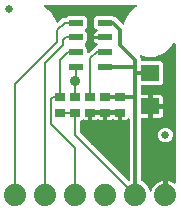
<source format=gbr>
G04 EAGLE Gerber RS-274X export*
G75*
%MOMM*%
%FSLAX34Y34*%
%LPD*%
%INTop Copper*%
%IPPOS*%
%AMOC8*
5,1,8,0,0,1.08239X$1,22.5*%
G01*
%ADD10R,1.200000X0.500000*%
%ADD11R,0.900000X0.700000*%
%ADD12R,1.600000X1.400000*%
%ADD13C,1.879600*%
%ADD14C,0.635000*%
%ADD15C,0.304800*%
%ADD16C,0.203200*%
%ADD17C,0.889000*%

G36*
X140774Y12709D02*
X140774Y12709D01*
X140832Y12708D01*
X140914Y12729D01*
X140997Y12741D01*
X141051Y12765D01*
X141107Y12779D01*
X141180Y12822D01*
X141257Y12857D01*
X141302Y12895D01*
X141352Y12925D01*
X141410Y12986D01*
X141474Y13041D01*
X141506Y13089D01*
X141546Y13132D01*
X141585Y13207D01*
X141631Y13277D01*
X141649Y13333D01*
X141676Y13385D01*
X141687Y13453D01*
X141717Y13548D01*
X141720Y13648D01*
X141731Y13716D01*
X141731Y24466D01*
X142496Y24345D01*
X144283Y23764D01*
X145957Y22911D01*
X146723Y22354D01*
X146805Y22311D01*
X146881Y22260D01*
X146930Y22245D01*
X146974Y22221D01*
X147064Y22202D01*
X147152Y22174D01*
X147203Y22173D01*
X147253Y22163D01*
X147344Y22169D01*
X147436Y22167D01*
X147485Y22180D01*
X147536Y22184D01*
X147623Y22216D01*
X147711Y22239D01*
X147755Y22265D01*
X147803Y22283D01*
X147877Y22337D01*
X147956Y22384D01*
X147991Y22421D01*
X148031Y22451D01*
X148087Y22524D01*
X148150Y22592D01*
X148173Y22637D01*
X148204Y22677D01*
X148238Y22763D01*
X148280Y22845D01*
X148287Y22889D01*
X148308Y22942D01*
X148323Y23100D01*
X148335Y23176D01*
X148335Y140351D01*
X148333Y140371D01*
X148335Y140390D01*
X148313Y140511D01*
X148295Y140633D01*
X148287Y140651D01*
X148284Y140670D01*
X148229Y140780D01*
X148179Y140892D01*
X148167Y140907D01*
X148158Y140925D01*
X148075Y141016D01*
X147996Y141109D01*
X147979Y141120D01*
X147966Y141135D01*
X147861Y141199D01*
X147759Y141267D01*
X147740Y141273D01*
X147724Y141283D01*
X147605Y141316D01*
X147488Y141353D01*
X147468Y141353D01*
X147449Y141358D01*
X147327Y141357D01*
X147204Y141360D01*
X147185Y141355D01*
X147165Y141355D01*
X147047Y141319D01*
X146929Y141288D01*
X146912Y141278D01*
X146893Y141272D01*
X146790Y141206D01*
X146684Y141143D01*
X146671Y141129D01*
X146654Y141118D01*
X146608Y141061D01*
X146490Y140936D01*
X146466Y140890D01*
X146441Y140859D01*
X144585Y137644D01*
X138478Y132520D01*
X130986Y129793D01*
X123014Y129793D01*
X119393Y131111D01*
X119330Y131125D01*
X119270Y131147D01*
X119192Y131154D01*
X119114Y131170D01*
X119051Y131166D01*
X118987Y131171D01*
X118910Y131155D01*
X118831Y131150D01*
X118771Y131128D01*
X118708Y131115D01*
X118638Y131079D01*
X118564Y131051D01*
X118513Y131013D01*
X118456Y130984D01*
X118399Y130930D01*
X118335Y130883D01*
X118296Y130832D01*
X118250Y130788D01*
X118210Y130720D01*
X118162Y130657D01*
X118138Y130598D01*
X118106Y130543D01*
X118087Y130466D01*
X118058Y130393D01*
X118052Y130329D01*
X118036Y130267D01*
X118039Y130189D01*
X118031Y130110D01*
X118043Y130047D01*
X118045Y129983D01*
X118069Y129908D01*
X118084Y129831D01*
X118113Y129773D01*
X118133Y129713D01*
X118171Y129659D01*
X118212Y129577D01*
X118286Y129498D01*
X118327Y129439D01*
X118873Y128894D01*
X118873Y126664D01*
X118881Y126606D01*
X118879Y126548D01*
X118901Y126466D01*
X118913Y126382D01*
X118936Y126329D01*
X118951Y126273D01*
X118994Y126200D01*
X119029Y126123D01*
X119067Y126078D01*
X119096Y126028D01*
X119158Y125970D01*
X119212Y125906D01*
X119261Y125874D01*
X119304Y125834D01*
X119379Y125795D01*
X119449Y125748D01*
X119505Y125731D01*
X119557Y125704D01*
X119625Y125693D01*
X119720Y125663D01*
X119820Y125660D01*
X119888Y125649D01*
X136263Y125649D01*
X138049Y123863D01*
X138049Y107337D01*
X136263Y105551D01*
X119888Y105551D01*
X119830Y105543D01*
X119772Y105545D01*
X119690Y105523D01*
X119606Y105511D01*
X119553Y105488D01*
X119497Y105473D01*
X119424Y105430D01*
X119347Y105395D01*
X119302Y105357D01*
X119252Y105328D01*
X119194Y105266D01*
X119130Y105212D01*
X119098Y105163D01*
X119058Y105120D01*
X119019Y105045D01*
X118972Y104975D01*
X118955Y104919D01*
X118928Y104867D01*
X118917Y104799D01*
X118887Y104704D01*
X118884Y104604D01*
X118873Y104536D01*
X118873Y98156D01*
X118881Y98098D01*
X118879Y98040D01*
X118901Y97958D01*
X118913Y97874D01*
X118936Y97821D01*
X118951Y97765D01*
X118994Y97692D01*
X119029Y97615D01*
X119067Y97570D01*
X119096Y97520D01*
X119158Y97462D01*
X119212Y97398D01*
X119261Y97366D01*
X119304Y97326D01*
X119379Y97287D01*
X119449Y97240D01*
X119505Y97223D01*
X119557Y97196D01*
X119625Y97185D01*
X119720Y97155D01*
X119820Y97152D01*
X119888Y97141D01*
X124969Y97141D01*
X124969Y88616D01*
X124977Y88558D01*
X124975Y88500D01*
X124997Y88418D01*
X125009Y88335D01*
X125033Y88281D01*
X125047Y88225D01*
X125090Y88152D01*
X125125Y88075D01*
X125163Y88031D01*
X125193Y87980D01*
X125254Y87923D01*
X125309Y87858D01*
X125357Y87826D01*
X125400Y87786D01*
X125475Y87747D01*
X125545Y87701D01*
X125601Y87683D01*
X125653Y87656D01*
X125721Y87645D01*
X125816Y87615D01*
X125916Y87612D01*
X125984Y87601D01*
X127001Y87601D01*
X127001Y87599D01*
X125984Y87599D01*
X125926Y87591D01*
X125868Y87592D01*
X125786Y87571D01*
X125703Y87559D01*
X125649Y87535D01*
X125593Y87521D01*
X125520Y87478D01*
X125443Y87443D01*
X125398Y87405D01*
X125348Y87375D01*
X125290Y87314D01*
X125226Y87259D01*
X125194Y87211D01*
X125154Y87168D01*
X125115Y87093D01*
X125069Y87023D01*
X125051Y86967D01*
X125024Y86915D01*
X125013Y86847D01*
X124983Y86752D01*
X124980Y86652D01*
X124969Y86584D01*
X124969Y78059D01*
X119888Y78059D01*
X119830Y78051D01*
X119772Y78053D01*
X119690Y78031D01*
X119606Y78019D01*
X119553Y77996D01*
X119497Y77981D01*
X119424Y77938D01*
X119347Y77903D01*
X119302Y77865D01*
X119252Y77836D01*
X119194Y77774D01*
X119130Y77720D01*
X119098Y77671D01*
X119058Y77628D01*
X119019Y77553D01*
X118972Y77483D01*
X118955Y77427D01*
X118928Y77375D01*
X118917Y77307D01*
X118887Y77212D01*
X118884Y77112D01*
X118873Y77044D01*
X118873Y24957D01*
X118873Y24955D01*
X118873Y24953D01*
X118893Y24813D01*
X118913Y24675D01*
X118913Y24674D01*
X118913Y24672D01*
X118970Y24546D01*
X119029Y24416D01*
X119030Y24414D01*
X119031Y24413D01*
X119122Y24306D01*
X119212Y24199D01*
X119214Y24198D01*
X119215Y24197D01*
X119228Y24188D01*
X119449Y24041D01*
X119478Y24032D01*
X119499Y24019D01*
X121351Y23252D01*
X124852Y19751D01*
X126369Y16089D01*
X126404Y16029D01*
X126430Y15965D01*
X126476Y15907D01*
X126513Y15844D01*
X126563Y15796D01*
X126606Y15742D01*
X126666Y15699D01*
X126720Y15649D01*
X126781Y15617D01*
X126838Y15577D01*
X126907Y15552D01*
X126973Y15518D01*
X127040Y15505D01*
X127106Y15482D01*
X127179Y15478D01*
X127252Y15463D01*
X127320Y15469D01*
X127389Y15465D01*
X127461Y15481D01*
X127535Y15488D01*
X127599Y15513D01*
X127667Y15528D01*
X127731Y15563D01*
X127800Y15590D01*
X127855Y15631D01*
X127916Y15665D01*
X127968Y15717D01*
X128027Y15761D01*
X128068Y15817D01*
X128117Y15866D01*
X128146Y15921D01*
X128197Y15989D01*
X128238Y16097D01*
X128272Y16163D01*
X128636Y17283D01*
X129489Y18957D01*
X130594Y20478D01*
X131922Y21806D01*
X133443Y22911D01*
X135117Y23764D01*
X136904Y24345D01*
X137669Y24466D01*
X137669Y13716D01*
X137677Y13658D01*
X137675Y13600D01*
X137697Y13518D01*
X137709Y13435D01*
X137733Y13381D01*
X137747Y13325D01*
X137790Y13252D01*
X137825Y13175D01*
X137863Y13131D01*
X137893Y13080D01*
X137954Y13023D01*
X138009Y12958D01*
X138057Y12926D01*
X138100Y12886D01*
X138175Y12847D01*
X138245Y12801D01*
X138301Y12783D01*
X138353Y12756D01*
X138421Y12745D01*
X138516Y12715D01*
X138616Y12712D01*
X138684Y12701D01*
X140716Y12701D01*
X140774Y12709D01*
G37*
G36*
X108799Y24464D02*
X108799Y24464D01*
X108828Y24464D01*
X108938Y24492D01*
X109049Y24514D01*
X109075Y24528D01*
X109103Y24535D01*
X109201Y24593D01*
X109301Y24645D01*
X109323Y24666D01*
X109348Y24681D01*
X109425Y24763D01*
X109507Y24841D01*
X109522Y24867D01*
X109542Y24888D01*
X109594Y24989D01*
X109651Y25087D01*
X109658Y25115D01*
X109672Y25141D01*
X109685Y25218D01*
X109721Y25362D01*
X109719Y25425D01*
X109727Y25472D01*
X109727Y76483D01*
X109723Y76512D01*
X109726Y76541D01*
X109703Y76652D01*
X109687Y76765D01*
X109675Y76791D01*
X109670Y76820D01*
X109618Y76921D01*
X109571Y77024D01*
X109552Y77046D01*
X109539Y77072D01*
X109461Y77155D01*
X109388Y77241D01*
X109363Y77257D01*
X109343Y77279D01*
X109245Y77336D01*
X109151Y77399D01*
X109123Y77407D01*
X109098Y77422D01*
X108988Y77450D01*
X108880Y77484D01*
X108851Y77485D01*
X108822Y77492D01*
X108709Y77489D01*
X108596Y77492D01*
X108567Y77484D01*
X108538Y77483D01*
X108430Y77448D01*
X108321Y77420D01*
X108295Y77405D01*
X108267Y77396D01*
X108203Y77350D01*
X108076Y77275D01*
X108033Y77229D01*
X107994Y77201D01*
X107660Y76867D01*
X107081Y76532D01*
X106434Y76359D01*
X103349Y76359D01*
X103349Y81666D01*
X103341Y81724D01*
X103343Y81782D01*
X103321Y81864D01*
X103309Y81947D01*
X103286Y82001D01*
X103271Y82057D01*
X103228Y82130D01*
X103193Y82207D01*
X103155Y82251D01*
X103126Y82302D01*
X103064Y82359D01*
X103010Y82424D01*
X102961Y82456D01*
X102918Y82496D01*
X102843Y82535D01*
X102773Y82581D01*
X102717Y82599D01*
X102665Y82626D01*
X102597Y82637D01*
X102502Y82667D01*
X102402Y82670D01*
X102334Y82681D01*
X101881Y82681D01*
X101881Y83134D01*
X101873Y83192D01*
X101874Y83250D01*
X101853Y83332D01*
X101841Y83416D01*
X101817Y83469D01*
X101803Y83525D01*
X101759Y83598D01*
X101725Y83675D01*
X101687Y83720D01*
X101657Y83770D01*
X101596Y83828D01*
X101541Y83892D01*
X101493Y83924D01*
X101450Y83964D01*
X101375Y84003D01*
X101305Y84050D01*
X101249Y84067D01*
X101197Y84094D01*
X101129Y84105D01*
X101034Y84135D01*
X100934Y84138D01*
X100866Y84149D01*
X89634Y84149D01*
X89576Y84141D01*
X89518Y84143D01*
X89436Y84121D01*
X89353Y84109D01*
X89299Y84086D01*
X89243Y84071D01*
X89170Y84028D01*
X89093Y83993D01*
X89049Y83955D01*
X88998Y83926D01*
X88941Y83864D01*
X88897Y83827D01*
X88896Y83828D01*
X88841Y83892D01*
X88793Y83924D01*
X88750Y83964D01*
X88675Y84003D01*
X88605Y84050D01*
X88549Y84067D01*
X88497Y84094D01*
X88429Y84105D01*
X88334Y84135D01*
X88234Y84138D01*
X88166Y84149D01*
X76934Y84149D01*
X76876Y84141D01*
X76818Y84143D01*
X76736Y84121D01*
X76653Y84109D01*
X76599Y84086D01*
X76543Y84071D01*
X76470Y84028D01*
X76393Y83993D01*
X76349Y83955D01*
X76298Y83926D01*
X76241Y83864D01*
X76176Y83810D01*
X76144Y83761D01*
X76104Y83718D01*
X76065Y83643D01*
X76019Y83573D01*
X76001Y83517D01*
X75974Y83465D01*
X75963Y83397D01*
X75933Y83302D01*
X75930Y83202D01*
X75919Y83134D01*
X75919Y82681D01*
X75466Y82681D01*
X75408Y82673D01*
X75350Y82674D01*
X75268Y82653D01*
X75184Y82641D01*
X75131Y82617D01*
X75075Y82603D01*
X75002Y82559D01*
X74925Y82525D01*
X74880Y82487D01*
X74830Y82457D01*
X74772Y82396D01*
X74708Y82341D01*
X74676Y82293D01*
X74636Y82250D01*
X74597Y82175D01*
X74550Y82105D01*
X74533Y82049D01*
X74506Y81997D01*
X74495Y81929D01*
X74465Y81834D01*
X74462Y81734D01*
X74451Y81666D01*
X74451Y76359D01*
X71366Y76359D01*
X70674Y76545D01*
X70597Y76554D01*
X70521Y76573D01*
X70456Y76571D01*
X70392Y76579D01*
X70315Y76567D01*
X70237Y76564D01*
X70175Y76544D01*
X70111Y76534D01*
X70041Y76501D01*
X69967Y76477D01*
X69921Y76444D01*
X69854Y76413D01*
X69757Y76327D01*
X69693Y76282D01*
X69263Y75851D01*
X68580Y75851D01*
X68522Y75843D01*
X68464Y75845D01*
X68382Y75823D01*
X68298Y75811D01*
X68245Y75788D01*
X68189Y75773D01*
X68116Y75730D01*
X68039Y75695D01*
X67994Y75657D01*
X67944Y75628D01*
X67886Y75566D01*
X67822Y75512D01*
X67790Y75463D01*
X67750Y75420D01*
X67711Y75345D01*
X67664Y75275D01*
X67647Y75219D01*
X67620Y75167D01*
X67609Y75099D01*
X67579Y75004D01*
X67576Y74904D01*
X67565Y74836D01*
X67565Y65604D01*
X67577Y65518D01*
X67580Y65430D01*
X67597Y65378D01*
X67605Y65323D01*
X67640Y65243D01*
X67667Y65160D01*
X67695Y65120D01*
X67721Y65063D01*
X67817Y64950D01*
X67862Y64886D01*
X107994Y24754D01*
X108018Y24737D01*
X108037Y24714D01*
X108131Y24651D01*
X108221Y24583D01*
X108249Y24573D01*
X108273Y24557D01*
X108381Y24522D01*
X108487Y24482D01*
X108516Y24480D01*
X108544Y24471D01*
X108658Y24468D01*
X108770Y24459D01*
X108799Y24464D01*
G37*
G36*
X74267Y132512D02*
X74267Y132512D01*
X74380Y132510D01*
X74409Y132517D01*
X74438Y132518D01*
X74546Y132553D01*
X74655Y132581D01*
X74681Y132596D01*
X74709Y132605D01*
X74772Y132651D01*
X74900Y132727D01*
X74943Y132772D01*
X74982Y132800D01*
X78854Y136672D01*
X78906Y136742D01*
X78966Y136806D01*
X78992Y136855D01*
X79025Y136899D01*
X79056Y136981D01*
X79096Y137059D01*
X79104Y137107D01*
X79126Y137165D01*
X79128Y137190D01*
X80937Y138999D01*
X81284Y138999D01*
X81294Y139000D01*
X81304Y138999D01*
X81435Y139020D01*
X81566Y139039D01*
X81575Y139043D01*
X81584Y139044D01*
X81705Y139101D01*
X81825Y139155D01*
X81833Y139161D01*
X81842Y139165D01*
X81942Y139254D01*
X82042Y139338D01*
X82048Y139347D01*
X82055Y139353D01*
X82127Y139465D01*
X82200Y139575D01*
X82203Y139584D01*
X82208Y139593D01*
X82245Y139720D01*
X82286Y139846D01*
X82286Y139856D01*
X82289Y139865D01*
X82289Y139998D01*
X82293Y140130D01*
X82290Y140140D01*
X82290Y140150D01*
X82254Y140278D01*
X82221Y140405D01*
X82216Y140414D01*
X82213Y140423D01*
X82143Y140536D01*
X82076Y140650D01*
X82069Y140657D01*
X82063Y140665D01*
X81965Y140753D01*
X81868Y140844D01*
X81860Y140849D01*
X81852Y140855D01*
X81801Y140879D01*
X81615Y140974D01*
X81580Y140980D01*
X81547Y140995D01*
X81219Y141082D01*
X80640Y141417D01*
X80167Y141890D01*
X79832Y142469D01*
X79659Y143116D01*
X79659Y144701D01*
X87966Y144701D01*
X88024Y144709D01*
X88082Y144707D01*
X88164Y144729D01*
X88247Y144741D01*
X88301Y144764D01*
X88357Y144779D01*
X88430Y144822D01*
X88507Y144857D01*
X88551Y144895D01*
X88602Y144924D01*
X88659Y144986D01*
X88724Y145040D01*
X88756Y145089D01*
X88796Y145132D01*
X88835Y145207D01*
X88881Y145277D01*
X88899Y145333D01*
X88926Y145385D01*
X88937Y145453D01*
X88967Y145548D01*
X88970Y145648D01*
X88981Y145716D01*
X88981Y146184D01*
X88973Y146242D01*
X88974Y146300D01*
X88953Y146382D01*
X88941Y146466D01*
X88917Y146519D01*
X88903Y146575D01*
X88859Y146648D01*
X88825Y146725D01*
X88787Y146770D01*
X88757Y146820D01*
X88696Y146878D01*
X88641Y146942D01*
X88593Y146974D01*
X88550Y147014D01*
X88475Y147053D01*
X88405Y147100D01*
X88349Y147117D01*
X88297Y147144D01*
X88229Y147155D01*
X88134Y147185D01*
X88034Y147188D01*
X87966Y147199D01*
X79659Y147199D01*
X79659Y148784D01*
X79832Y149431D01*
X80167Y150010D01*
X80640Y150483D01*
X81219Y150818D01*
X81547Y150905D01*
X81556Y150909D01*
X81566Y150911D01*
X81687Y150965D01*
X81809Y151017D01*
X81816Y151023D01*
X81825Y151027D01*
X81926Y151112D01*
X82029Y151196D01*
X82035Y151204D01*
X82042Y151211D01*
X82115Y151320D01*
X82191Y151430D01*
X82194Y151439D01*
X82200Y151447D01*
X82240Y151573D01*
X82282Y151699D01*
X82283Y151709D01*
X82286Y151718D01*
X82289Y151851D01*
X82295Y151983D01*
X82293Y151992D01*
X82293Y152002D01*
X82259Y152131D01*
X82228Y152259D01*
X82223Y152268D01*
X82221Y152277D01*
X82154Y152391D01*
X82088Y152507D01*
X82081Y152513D01*
X82076Y152522D01*
X81979Y152612D01*
X81884Y152705D01*
X81876Y152710D01*
X81868Y152716D01*
X81751Y152777D01*
X81634Y152839D01*
X81624Y152841D01*
X81615Y152846D01*
X81559Y152855D01*
X81356Y152899D01*
X81320Y152895D01*
X81284Y152901D01*
X80937Y152901D01*
X79151Y154687D01*
X79151Y162213D01*
X80937Y163999D01*
X95463Y163999D01*
X96141Y163320D01*
X96211Y163268D01*
X96275Y163208D01*
X96325Y163182D01*
X96369Y163149D01*
X96450Y163118D01*
X96528Y163078D01*
X96576Y163070D01*
X96634Y163048D01*
X96782Y163036D01*
X96859Y163023D01*
X97444Y163023D01*
X103268Y157198D01*
X103335Y157148D01*
X103395Y157091D01*
X103448Y157063D01*
X103496Y157028D01*
X103573Y156998D01*
X103647Y156959D01*
X103705Y156948D01*
X103761Y156926D01*
X103844Y156919D01*
X103926Y156903D01*
X103985Y156908D01*
X104045Y156903D01*
X104126Y156919D01*
X104209Y156926D01*
X104265Y156947D01*
X104323Y156959D01*
X104397Y156997D01*
X104475Y157026D01*
X104523Y157062D01*
X104576Y157090D01*
X104636Y157147D01*
X104703Y157197D01*
X104739Y157244D01*
X104782Y157285D01*
X104824Y157357D01*
X104874Y157424D01*
X104891Y157472D01*
X104925Y157531D01*
X104960Y157666D01*
X104986Y157740D01*
X105429Y160251D01*
X109415Y167155D01*
X115120Y171942D01*
X115169Y171997D01*
X115225Y172045D01*
X115264Y172102D01*
X115310Y172154D01*
X115342Y172220D01*
X115383Y172281D01*
X115404Y172347D01*
X115434Y172410D01*
X115446Y172482D01*
X115468Y172552D01*
X115470Y172621D01*
X115482Y172690D01*
X115474Y172763D01*
X115476Y172836D01*
X115458Y172903D01*
X115451Y172972D01*
X115423Y173040D01*
X115404Y173111D01*
X115369Y173171D01*
X115342Y173235D01*
X115296Y173293D01*
X115259Y173356D01*
X115208Y173403D01*
X115165Y173457D01*
X115105Y173500D01*
X115051Y173550D01*
X114990Y173582D01*
X114933Y173622D01*
X114864Y173646D01*
X114798Y173680D01*
X114740Y173690D01*
X114665Y173716D01*
X114543Y173723D01*
X114467Y173735D01*
X37933Y173735D01*
X37860Y173725D01*
X37786Y173725D01*
X37720Y173705D01*
X37651Y173695D01*
X37584Y173665D01*
X37514Y173645D01*
X37455Y173608D01*
X37392Y173579D01*
X37336Y173532D01*
X37274Y173492D01*
X37228Y173440D01*
X37175Y173396D01*
X37134Y173334D01*
X37085Y173279D01*
X37056Y173217D01*
X37017Y173159D01*
X36995Y173089D01*
X36964Y173022D01*
X36952Y172954D01*
X36932Y172888D01*
X36930Y172814D01*
X36918Y172742D01*
X36926Y172673D01*
X36924Y172604D01*
X36943Y172533D01*
X36952Y172459D01*
X36979Y172396D01*
X36996Y172329D01*
X37034Y172265D01*
X37062Y172198D01*
X37101Y172153D01*
X37141Y172084D01*
X37231Y172000D01*
X37280Y171942D01*
X42985Y167156D01*
X46971Y160251D01*
X47141Y159289D01*
X47167Y159209D01*
X47183Y159128D01*
X47210Y159075D01*
X47229Y159018D01*
X47276Y158949D01*
X47314Y158876D01*
X47355Y158832D01*
X47388Y158783D01*
X47452Y158730D01*
X47510Y158669D01*
X47561Y158639D01*
X47607Y158601D01*
X47683Y158568D01*
X47755Y158526D01*
X47813Y158511D01*
X47867Y158487D01*
X47950Y158476D01*
X48031Y158456D01*
X48090Y158457D01*
X48149Y158450D01*
X48232Y158462D01*
X48315Y158465D01*
X48371Y158483D01*
X48430Y158492D01*
X48506Y158526D01*
X48585Y158552D01*
X48627Y158582D01*
X48689Y158610D01*
X48795Y158701D01*
X48859Y158747D01*
X52626Y162515D01*
X55033Y162515D01*
X55119Y162527D01*
X55207Y162530D01*
X55259Y162547D01*
X55314Y162555D01*
X55394Y162590D01*
X55477Y162617D01*
X55517Y162645D01*
X55574Y162671D01*
X55687Y162767D01*
X55751Y162812D01*
X56937Y163999D01*
X71463Y163999D01*
X73249Y162213D01*
X73249Y154687D01*
X71479Y152918D01*
X71444Y152871D01*
X71402Y152831D01*
X71359Y152758D01*
X71309Y152691D01*
X71288Y152636D01*
X71258Y152586D01*
X71237Y152504D01*
X71207Y152425D01*
X71202Y152367D01*
X71188Y152310D01*
X71191Y152226D01*
X71184Y152142D01*
X71195Y152084D01*
X71197Y152026D01*
X71223Y151946D01*
X71240Y151863D01*
X71267Y151811D01*
X71285Y151755D01*
X71325Y151699D01*
X71371Y151611D01*
X71439Y151538D01*
X71479Y151482D01*
X73249Y149713D01*
X73249Y142187D01*
X71479Y140418D01*
X71444Y140371D01*
X71402Y140331D01*
X71359Y140258D01*
X71309Y140191D01*
X71288Y140136D01*
X71258Y140086D01*
X71237Y140004D01*
X71207Y139925D01*
X71202Y139867D01*
X71188Y139810D01*
X71191Y139726D01*
X71184Y139642D01*
X71195Y139584D01*
X71197Y139526D01*
X71223Y139446D01*
X71240Y139363D01*
X71267Y139311D01*
X71285Y139255D01*
X71325Y139199D01*
X71371Y139111D01*
X71439Y139038D01*
X71479Y138982D01*
X73249Y137213D01*
X73249Y133518D01*
X73253Y133489D01*
X73250Y133460D01*
X73273Y133349D01*
X73289Y133237D01*
X73301Y133210D01*
X73306Y133181D01*
X73358Y133081D01*
X73405Y132977D01*
X73424Y132955D01*
X73437Y132929D01*
X73515Y132847D01*
X73588Y132760D01*
X73613Y132744D01*
X73633Y132723D01*
X73731Y132665D01*
X73825Y132603D01*
X73853Y132594D01*
X73878Y132579D01*
X73988Y132551D01*
X74096Y132517D01*
X74126Y132516D01*
X74154Y132509D01*
X74267Y132512D01*
G37*
%LPC*%
G36*
X138462Y57276D02*
X138462Y57276D01*
X136174Y58224D01*
X134424Y59974D01*
X133476Y62262D01*
X133476Y64738D01*
X134424Y67026D01*
X136174Y68776D01*
X138462Y69724D01*
X140938Y69724D01*
X143226Y68776D01*
X144976Y67026D01*
X145924Y64738D01*
X145924Y62262D01*
X144976Y59974D01*
X143226Y58224D01*
X140938Y57276D01*
X138462Y57276D01*
G37*
%LPD*%
%LPC*%
G36*
X129031Y89631D02*
X129031Y89631D01*
X129031Y97141D01*
X135334Y97141D01*
X135981Y96968D01*
X136560Y96633D01*
X137033Y96160D01*
X137368Y95581D01*
X137541Y94934D01*
X137541Y89631D01*
X129031Y89631D01*
G37*
%LPD*%
%LPC*%
G36*
X129031Y78059D02*
X129031Y78059D01*
X129031Y85569D01*
X137541Y85569D01*
X137541Y80266D01*
X137368Y79619D01*
X137033Y79040D01*
X136560Y78567D01*
X135981Y78232D01*
X135334Y78059D01*
X129031Y78059D01*
G37*
%LPD*%
%LPC*%
G36*
X96766Y76359D02*
X96766Y76359D01*
X96119Y76532D01*
X95758Y76741D01*
X95685Y76770D01*
X95618Y76808D01*
X95554Y76823D01*
X95494Y76848D01*
X95416Y76855D01*
X95341Y76873D01*
X95276Y76870D01*
X95211Y76877D01*
X95134Y76863D01*
X95057Y76859D01*
X95005Y76839D01*
X94931Y76826D01*
X94815Y76768D01*
X94742Y76741D01*
X94381Y76532D01*
X93734Y76359D01*
X90649Y76359D01*
X90649Y80651D01*
X99851Y80651D01*
X99851Y76359D01*
X96766Y76359D01*
G37*
%LPD*%
%LPC*%
G36*
X84066Y76359D02*
X84066Y76359D01*
X83419Y76532D01*
X83058Y76741D01*
X82985Y76770D01*
X82918Y76808D01*
X82854Y76823D01*
X82794Y76848D01*
X82717Y76855D01*
X82641Y76873D01*
X82576Y76870D01*
X82511Y76877D01*
X82435Y76863D01*
X82357Y76859D01*
X82305Y76839D01*
X82231Y76826D01*
X82115Y76768D01*
X82042Y76741D01*
X81681Y76532D01*
X81034Y76359D01*
X77949Y76359D01*
X77949Y80651D01*
X87151Y80651D01*
X87151Y76359D01*
X84066Y76359D01*
G37*
%LPD*%
D10*
X88200Y120950D03*
X88200Y133450D03*
X88200Y145950D03*
X88200Y158450D03*
X64200Y120950D03*
X64200Y133450D03*
X64200Y145950D03*
X64200Y158450D03*
D11*
X88900Y95400D03*
X88900Y82400D03*
X63500Y95400D03*
X63500Y82400D03*
X50800Y95400D03*
X50800Y82400D03*
D12*
X127000Y87600D03*
X127000Y115600D03*
D11*
X76200Y95400D03*
X76200Y82400D03*
D13*
X12700Y12700D03*
X38100Y12700D03*
X63500Y12700D03*
X88900Y12700D03*
X114300Y12700D03*
X139700Y12700D03*
D11*
X101600Y95400D03*
X101600Y82400D03*
D14*
X139700Y63500D03*
X7620Y170180D03*
D15*
X114300Y127000D02*
X114300Y120650D01*
X114300Y116840D01*
X114300Y95250D01*
X114300Y12700D01*
X114300Y127000D02*
X101600Y139700D01*
X101600Y152400D01*
X95550Y158450D02*
X88200Y158450D01*
X95550Y158450D02*
X101600Y152400D01*
X114000Y120950D02*
X88200Y120950D01*
X114000Y120950D02*
X114300Y120650D01*
X115540Y115600D02*
X127000Y115600D01*
X115540Y115600D02*
X114300Y116840D01*
X101600Y95400D02*
X88900Y95400D01*
X101600Y95400D02*
X114150Y95400D01*
X114300Y95250D01*
D16*
X63500Y82400D02*
X50800Y82400D01*
X63500Y82400D02*
X63500Y63500D01*
X114300Y12700D01*
X64200Y109920D02*
X64200Y120950D01*
X64200Y109920D02*
X63500Y109220D01*
X63500Y95400D01*
D17*
X63500Y109220D03*
D16*
X64200Y133450D02*
X57250Y133450D01*
X50800Y127000D01*
X50800Y95400D01*
X63500Y52070D02*
X63500Y12700D01*
X63500Y52070D02*
X43180Y72390D01*
X44600Y95400D02*
X50800Y95400D01*
X44600Y95400D02*
X43180Y93980D01*
X43180Y72390D01*
X55780Y145950D02*
X64200Y145950D01*
X55780Y145950D02*
X53340Y143510D01*
X53340Y139700D01*
X38100Y124460D01*
X38100Y12700D01*
X54310Y158450D02*
X64200Y158450D01*
X54310Y158450D02*
X48260Y152400D01*
X48260Y142240D01*
X12700Y106680D01*
X12700Y12700D01*
X81380Y133450D02*
X88200Y133450D01*
X81380Y133450D02*
X76200Y128270D01*
X76200Y95400D01*
D17*
X76200Y139700D03*
X101600Y58420D03*
X80010Y58420D03*
M02*

</source>
